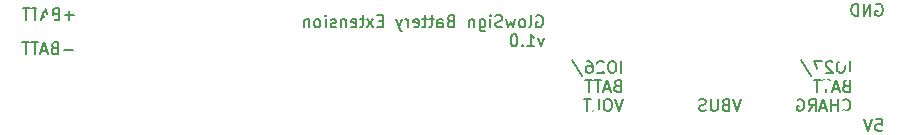
<source format=gbr>
%TF.GenerationSoftware,KiCad,Pcbnew,(6.0.6-0)*%
%TF.CreationDate,2022-09-10T00:16:47-07:00*%
%TF.ProjectId,Battery Extension PCB,42617474-6572-4792-9045-7874656e7369,rev?*%
%TF.SameCoordinates,Original*%
%TF.FileFunction,Legend,Bot*%
%TF.FilePolarity,Positive*%
%FSLAX46Y46*%
G04 Gerber Fmt 4.6, Leading zero omitted, Abs format (unit mm)*
G04 Created by KiCad (PCBNEW (6.0.6-0)) date 2022-09-10 00:16:47*
%MOMM*%
%LPD*%
G01*
G04 APERTURE LIST*
%ADD10C,0.150000*%
%ADD11R,2.000000X3.500000*%
%ADD12R,3.500000X2.000000*%
%ADD13C,0.800000*%
%ADD14C,1.300000*%
G04 APERTURE END LIST*
D10*
X141377414Y-78801980D02*
X141853604Y-78801980D01*
X141901223Y-79278171D01*
X141853604Y-79230552D01*
X141758366Y-79182933D01*
X141520271Y-79182933D01*
X141425033Y-79230552D01*
X141377414Y-79278171D01*
X141329795Y-79373409D01*
X141329795Y-79611504D01*
X141377414Y-79706742D01*
X141425033Y-79754361D01*
X141520271Y-79801980D01*
X141758366Y-79801980D01*
X141853604Y-79754361D01*
X141901223Y-79706742D01*
X141044080Y-78801980D02*
X140710747Y-79801980D01*
X140377414Y-78801980D01*
X129956861Y-77109980D02*
X129623528Y-78109980D01*
X129290195Y-77109980D01*
X128623528Y-77586171D02*
X128480671Y-77633790D01*
X128433052Y-77681409D01*
X128385433Y-77776647D01*
X128385433Y-77919504D01*
X128433052Y-78014742D01*
X128480671Y-78062361D01*
X128575909Y-78109980D01*
X128956861Y-78109980D01*
X128956861Y-77109980D01*
X128623528Y-77109980D01*
X128528290Y-77157600D01*
X128480671Y-77205219D01*
X128433052Y-77300457D01*
X128433052Y-77395695D01*
X128480671Y-77490933D01*
X128528290Y-77538552D01*
X128623528Y-77586171D01*
X128956861Y-77586171D01*
X127956861Y-77109980D02*
X127956861Y-77919504D01*
X127909242Y-78014742D01*
X127861623Y-78062361D01*
X127766385Y-78109980D01*
X127575909Y-78109980D01*
X127480671Y-78062361D01*
X127433052Y-78014742D01*
X127385433Y-77919504D01*
X127385433Y-77109980D01*
X126956861Y-78062361D02*
X126814004Y-78109980D01*
X126575909Y-78109980D01*
X126480671Y-78062361D01*
X126433052Y-78014742D01*
X126385433Y-77919504D01*
X126385433Y-77824266D01*
X126433052Y-77729028D01*
X126480671Y-77681409D01*
X126575909Y-77633790D01*
X126766385Y-77586171D01*
X126861623Y-77538552D01*
X126909242Y-77490933D01*
X126956861Y-77395695D01*
X126956861Y-77300457D01*
X126909242Y-77205219D01*
X126861623Y-77157600D01*
X126766385Y-77109980D01*
X126528290Y-77109980D01*
X126385433Y-77157600D01*
X112627795Y-70069000D02*
X112723033Y-70021380D01*
X112865890Y-70021380D01*
X113008747Y-70069000D01*
X113103985Y-70164238D01*
X113151604Y-70259476D01*
X113199223Y-70449952D01*
X113199223Y-70592809D01*
X113151604Y-70783285D01*
X113103985Y-70878523D01*
X113008747Y-70973761D01*
X112865890Y-71021380D01*
X112770652Y-71021380D01*
X112627795Y-70973761D01*
X112580176Y-70926142D01*
X112580176Y-70592809D01*
X112770652Y-70592809D01*
X112008747Y-71021380D02*
X112103985Y-70973761D01*
X112151604Y-70878523D01*
X112151604Y-70021380D01*
X111484938Y-71021380D02*
X111580176Y-70973761D01*
X111627795Y-70926142D01*
X111675414Y-70830904D01*
X111675414Y-70545190D01*
X111627795Y-70449952D01*
X111580176Y-70402333D01*
X111484938Y-70354714D01*
X111342080Y-70354714D01*
X111246842Y-70402333D01*
X111199223Y-70449952D01*
X111151604Y-70545190D01*
X111151604Y-70830904D01*
X111199223Y-70926142D01*
X111246842Y-70973761D01*
X111342080Y-71021380D01*
X111484938Y-71021380D01*
X110818271Y-70354714D02*
X110627795Y-71021380D01*
X110437319Y-70545190D01*
X110246842Y-71021380D01*
X110056366Y-70354714D01*
X109723033Y-70973761D02*
X109580176Y-71021380D01*
X109342080Y-71021380D01*
X109246842Y-70973761D01*
X109199223Y-70926142D01*
X109151604Y-70830904D01*
X109151604Y-70735666D01*
X109199223Y-70640428D01*
X109246842Y-70592809D01*
X109342080Y-70545190D01*
X109532557Y-70497571D01*
X109627795Y-70449952D01*
X109675414Y-70402333D01*
X109723033Y-70307095D01*
X109723033Y-70211857D01*
X109675414Y-70116619D01*
X109627795Y-70069000D01*
X109532557Y-70021380D01*
X109294461Y-70021380D01*
X109151604Y-70069000D01*
X108723033Y-71021380D02*
X108723033Y-70354714D01*
X108723033Y-70021380D02*
X108770652Y-70069000D01*
X108723033Y-70116619D01*
X108675414Y-70069000D01*
X108723033Y-70021380D01*
X108723033Y-70116619D01*
X107818271Y-70354714D02*
X107818271Y-71164238D01*
X107865890Y-71259476D01*
X107913509Y-71307095D01*
X108008747Y-71354714D01*
X108151604Y-71354714D01*
X108246842Y-71307095D01*
X107818271Y-70973761D02*
X107913509Y-71021380D01*
X108103985Y-71021380D01*
X108199223Y-70973761D01*
X108246842Y-70926142D01*
X108294461Y-70830904D01*
X108294461Y-70545190D01*
X108246842Y-70449952D01*
X108199223Y-70402333D01*
X108103985Y-70354714D01*
X107913509Y-70354714D01*
X107818271Y-70402333D01*
X107342080Y-70354714D02*
X107342080Y-71021380D01*
X107342080Y-70449952D02*
X107294461Y-70402333D01*
X107199223Y-70354714D01*
X107056366Y-70354714D01*
X106961128Y-70402333D01*
X106913509Y-70497571D01*
X106913509Y-71021380D01*
X105342080Y-70497571D02*
X105199223Y-70545190D01*
X105151604Y-70592809D01*
X105103985Y-70688047D01*
X105103985Y-70830904D01*
X105151604Y-70926142D01*
X105199223Y-70973761D01*
X105294461Y-71021380D01*
X105675414Y-71021380D01*
X105675414Y-70021380D01*
X105342080Y-70021380D01*
X105246842Y-70069000D01*
X105199223Y-70116619D01*
X105151604Y-70211857D01*
X105151604Y-70307095D01*
X105199223Y-70402333D01*
X105246842Y-70449952D01*
X105342080Y-70497571D01*
X105675414Y-70497571D01*
X104246842Y-71021380D02*
X104246842Y-70497571D01*
X104294461Y-70402333D01*
X104389700Y-70354714D01*
X104580176Y-70354714D01*
X104675414Y-70402333D01*
X104246842Y-70973761D02*
X104342080Y-71021380D01*
X104580176Y-71021380D01*
X104675414Y-70973761D01*
X104723033Y-70878523D01*
X104723033Y-70783285D01*
X104675414Y-70688047D01*
X104580176Y-70640428D01*
X104342080Y-70640428D01*
X104246842Y-70592809D01*
X103913509Y-70354714D02*
X103532557Y-70354714D01*
X103770652Y-70021380D02*
X103770652Y-70878523D01*
X103723033Y-70973761D01*
X103627795Y-71021380D01*
X103532557Y-71021380D01*
X103342080Y-70354714D02*
X102961128Y-70354714D01*
X103199223Y-70021380D02*
X103199223Y-70878523D01*
X103151604Y-70973761D01*
X103056366Y-71021380D01*
X102961128Y-71021380D01*
X102246842Y-70973761D02*
X102342080Y-71021380D01*
X102532557Y-71021380D01*
X102627795Y-70973761D01*
X102675414Y-70878523D01*
X102675414Y-70497571D01*
X102627795Y-70402333D01*
X102532557Y-70354714D01*
X102342080Y-70354714D01*
X102246842Y-70402333D01*
X102199223Y-70497571D01*
X102199223Y-70592809D01*
X102675414Y-70688047D01*
X101770652Y-71021380D02*
X101770652Y-70354714D01*
X101770652Y-70545190D02*
X101723033Y-70449952D01*
X101675414Y-70402333D01*
X101580176Y-70354714D01*
X101484938Y-70354714D01*
X101246842Y-70354714D02*
X101008747Y-71021380D01*
X100770652Y-70354714D02*
X101008747Y-71021380D01*
X101103985Y-71259476D01*
X101151604Y-71307095D01*
X101246842Y-71354714D01*
X99627795Y-70497571D02*
X99294461Y-70497571D01*
X99151604Y-71021380D02*
X99627795Y-71021380D01*
X99627795Y-70021380D01*
X99151604Y-70021380D01*
X98818271Y-71021380D02*
X98294461Y-70354714D01*
X98818271Y-70354714D02*
X98294461Y-71021380D01*
X98056366Y-70354714D02*
X97675414Y-70354714D01*
X97913509Y-70021380D02*
X97913509Y-70878523D01*
X97865890Y-70973761D01*
X97770652Y-71021380D01*
X97675414Y-71021380D01*
X96961128Y-70973761D02*
X97056366Y-71021380D01*
X97246842Y-71021380D01*
X97342080Y-70973761D01*
X97389700Y-70878523D01*
X97389700Y-70497571D01*
X97342080Y-70402333D01*
X97246842Y-70354714D01*
X97056366Y-70354714D01*
X96961128Y-70402333D01*
X96913509Y-70497571D01*
X96913509Y-70592809D01*
X97389700Y-70688047D01*
X96484938Y-70354714D02*
X96484938Y-71021380D01*
X96484938Y-70449952D02*
X96437319Y-70402333D01*
X96342080Y-70354714D01*
X96199223Y-70354714D01*
X96103985Y-70402333D01*
X96056366Y-70497571D01*
X96056366Y-71021380D01*
X95627795Y-70973761D02*
X95532557Y-71021380D01*
X95342080Y-71021380D01*
X95246842Y-70973761D01*
X95199223Y-70878523D01*
X95199223Y-70830904D01*
X95246842Y-70735666D01*
X95342080Y-70688047D01*
X95484938Y-70688047D01*
X95580176Y-70640428D01*
X95627795Y-70545190D01*
X95627795Y-70497571D01*
X95580176Y-70402333D01*
X95484938Y-70354714D01*
X95342080Y-70354714D01*
X95246842Y-70402333D01*
X94770652Y-71021380D02*
X94770652Y-70354714D01*
X94770652Y-70021380D02*
X94818271Y-70069000D01*
X94770652Y-70116619D01*
X94723033Y-70069000D01*
X94770652Y-70021380D01*
X94770652Y-70116619D01*
X94151604Y-71021380D02*
X94246842Y-70973761D01*
X94294461Y-70926142D01*
X94342080Y-70830904D01*
X94342080Y-70545190D01*
X94294461Y-70449952D01*
X94246842Y-70402333D01*
X94151604Y-70354714D01*
X94008747Y-70354714D01*
X93913509Y-70402333D01*
X93865890Y-70449952D01*
X93818271Y-70545190D01*
X93818271Y-70830904D01*
X93865890Y-70926142D01*
X93913509Y-70973761D01*
X94008747Y-71021380D01*
X94151604Y-71021380D01*
X93389700Y-70354714D02*
X93389700Y-71021380D01*
X93389700Y-70449952D02*
X93342080Y-70402333D01*
X93246842Y-70354714D01*
X93103985Y-70354714D01*
X93008747Y-70402333D01*
X92961128Y-70497571D01*
X92961128Y-71021380D01*
X113246842Y-71964714D02*
X113008747Y-72631380D01*
X112770652Y-71964714D01*
X111865890Y-72631380D02*
X112437319Y-72631380D01*
X112151604Y-72631380D02*
X112151604Y-71631380D01*
X112246842Y-71774238D01*
X112342080Y-71869476D01*
X112437319Y-71917095D01*
X111437319Y-72536142D02*
X111389700Y-72583761D01*
X111437319Y-72631380D01*
X111484938Y-72583761D01*
X111437319Y-72536142D01*
X111437319Y-72631380D01*
X110770652Y-71631380D02*
X110675414Y-71631380D01*
X110580176Y-71679000D01*
X110532557Y-71726619D01*
X110484938Y-71821857D01*
X110437319Y-72012333D01*
X110437319Y-72250428D01*
X110484938Y-72440904D01*
X110532557Y-72536142D01*
X110580176Y-72583761D01*
X110675414Y-72631380D01*
X110770652Y-72631380D01*
X110865890Y-72583761D01*
X110913509Y-72536142D01*
X110961128Y-72440904D01*
X111008747Y-72250428D01*
X111008747Y-72012333D01*
X110961128Y-71821857D01*
X110913509Y-71726619D01*
X110865890Y-71679000D01*
X110770652Y-71631380D01*
X73394628Y-72918628D02*
X72632723Y-72918628D01*
X71823200Y-72775771D02*
X71680342Y-72823390D01*
X71632723Y-72871009D01*
X71585104Y-72966247D01*
X71585104Y-73109104D01*
X71632723Y-73204342D01*
X71680342Y-73251961D01*
X71775580Y-73299580D01*
X72156533Y-73299580D01*
X72156533Y-72299580D01*
X71823200Y-72299580D01*
X71727961Y-72347200D01*
X71680342Y-72394819D01*
X71632723Y-72490057D01*
X71632723Y-72585295D01*
X71680342Y-72680533D01*
X71727961Y-72728152D01*
X71823200Y-72775771D01*
X72156533Y-72775771D01*
X71204152Y-73013866D02*
X70727961Y-73013866D01*
X71299390Y-73299580D02*
X70966057Y-72299580D01*
X70632723Y-73299580D01*
X70442247Y-72299580D02*
X69870819Y-72299580D01*
X70156533Y-73299580D02*
X70156533Y-72299580D01*
X69680342Y-72299580D02*
X69108914Y-72299580D01*
X69394628Y-73299580D02*
X69394628Y-72299580D01*
X73445428Y-70023028D02*
X72683523Y-70023028D01*
X73064476Y-70403980D02*
X73064476Y-69642076D01*
X71874000Y-69880171D02*
X71731142Y-69927790D01*
X71683523Y-69975409D01*
X71635904Y-70070647D01*
X71635904Y-70213504D01*
X71683523Y-70308742D01*
X71731142Y-70356361D01*
X71826380Y-70403980D01*
X72207333Y-70403980D01*
X72207333Y-69403980D01*
X71874000Y-69403980D01*
X71778761Y-69451600D01*
X71731142Y-69499219D01*
X71683523Y-69594457D01*
X71683523Y-69689695D01*
X71731142Y-69784933D01*
X71778761Y-69832552D01*
X71874000Y-69880171D01*
X72207333Y-69880171D01*
X71254952Y-70118266D02*
X70778761Y-70118266D01*
X71350190Y-70403980D02*
X71016857Y-69403980D01*
X70683523Y-70403980D01*
X70493047Y-69403980D02*
X69921619Y-69403980D01*
X70207333Y-70403980D02*
X70207333Y-69403980D01*
X69731142Y-69403980D02*
X69159714Y-69403980D01*
X69445428Y-70403980D02*
X69445428Y-69403980D01*
X141380595Y-69096000D02*
X141475833Y-69048380D01*
X141618690Y-69048380D01*
X141761547Y-69096000D01*
X141856785Y-69191238D01*
X141904404Y-69286476D01*
X141952023Y-69476952D01*
X141952023Y-69619809D01*
X141904404Y-69810285D01*
X141856785Y-69905523D01*
X141761547Y-70000761D01*
X141618690Y-70048380D01*
X141523452Y-70048380D01*
X141380595Y-70000761D01*
X141332976Y-69953142D01*
X141332976Y-69619809D01*
X141523452Y-69619809D01*
X140904404Y-70048380D02*
X140904404Y-69048380D01*
X140332976Y-70048380D01*
X140332976Y-69048380D01*
X139856785Y-70048380D02*
X139856785Y-69048380D01*
X139618690Y-69048380D01*
X139475833Y-69096000D01*
X139380595Y-69191238D01*
X139332976Y-69286476D01*
X139285357Y-69476952D01*
X139285357Y-69619809D01*
X139332976Y-69810285D01*
X139380595Y-69905523D01*
X139475833Y-70000761D01*
X139618690Y-70048380D01*
X139856785Y-70048380D01*
X139161204Y-74889980D02*
X139161204Y-73889980D01*
X138494538Y-73889980D02*
X138304061Y-73889980D01*
X138208823Y-73937600D01*
X138113585Y-74032838D01*
X138065966Y-74223314D01*
X138065966Y-74556647D01*
X138113585Y-74747123D01*
X138208823Y-74842361D01*
X138304061Y-74889980D01*
X138494538Y-74889980D01*
X138589776Y-74842361D01*
X138685014Y-74747123D01*
X138732633Y-74556647D01*
X138732633Y-74223314D01*
X138685014Y-74032838D01*
X138589776Y-73937600D01*
X138494538Y-73889980D01*
X137685014Y-73985219D02*
X137637395Y-73937600D01*
X137542157Y-73889980D01*
X137304061Y-73889980D01*
X137208823Y-73937600D01*
X137161204Y-73985219D01*
X137113585Y-74080457D01*
X137113585Y-74175695D01*
X137161204Y-74318552D01*
X137732633Y-74889980D01*
X137113585Y-74889980D01*
X136780252Y-73889980D02*
X136113585Y-73889980D01*
X136542157Y-74889980D01*
X135018347Y-73842361D02*
X135875490Y-75128076D01*
X138827871Y-75976171D02*
X138685014Y-76023790D01*
X138637395Y-76071409D01*
X138589776Y-76166647D01*
X138589776Y-76309504D01*
X138637395Y-76404742D01*
X138685014Y-76452361D01*
X138780252Y-76499980D01*
X139161204Y-76499980D01*
X139161204Y-75499980D01*
X138827871Y-75499980D01*
X138732633Y-75547600D01*
X138685014Y-75595219D01*
X138637395Y-75690457D01*
X138637395Y-75785695D01*
X138685014Y-75880933D01*
X138732633Y-75928552D01*
X138827871Y-75976171D01*
X139161204Y-75976171D01*
X138208823Y-76214266D02*
X137732633Y-76214266D01*
X138304061Y-76499980D02*
X137970728Y-75499980D01*
X137637395Y-76499980D01*
X137446919Y-75499980D02*
X136875490Y-75499980D01*
X137161204Y-76499980D02*
X137161204Y-75499980D01*
X136685014Y-75499980D02*
X136113585Y-75499980D01*
X136399300Y-76499980D02*
X136399300Y-75499980D01*
X138589776Y-78014742D02*
X138637395Y-78062361D01*
X138780252Y-78109980D01*
X138875490Y-78109980D01*
X139018347Y-78062361D01*
X139113585Y-77967123D01*
X139161204Y-77871885D01*
X139208823Y-77681409D01*
X139208823Y-77538552D01*
X139161204Y-77348076D01*
X139113585Y-77252838D01*
X139018347Y-77157600D01*
X138875490Y-77109980D01*
X138780252Y-77109980D01*
X138637395Y-77157600D01*
X138589776Y-77205219D01*
X138161204Y-78109980D02*
X138161204Y-77109980D01*
X138161204Y-77586171D02*
X137589776Y-77586171D01*
X137589776Y-78109980D02*
X137589776Y-77109980D01*
X137161204Y-77824266D02*
X136685014Y-77824266D01*
X137256442Y-78109980D02*
X136923109Y-77109980D01*
X136589776Y-78109980D01*
X135685014Y-78109980D02*
X136018347Y-77633790D01*
X136256442Y-78109980D02*
X136256442Y-77109980D01*
X135875490Y-77109980D01*
X135780252Y-77157600D01*
X135732633Y-77205219D01*
X135685014Y-77300457D01*
X135685014Y-77443314D01*
X135732633Y-77538552D01*
X135780252Y-77586171D01*
X135875490Y-77633790D01*
X136256442Y-77633790D01*
X134732633Y-77157600D02*
X134827871Y-77109980D01*
X134970728Y-77109980D01*
X135113585Y-77157600D01*
X135208823Y-77252838D01*
X135256442Y-77348076D01*
X135304061Y-77538552D01*
X135304061Y-77681409D01*
X135256442Y-77871885D01*
X135208823Y-77967123D01*
X135113585Y-78062361D01*
X134970728Y-78109980D01*
X134875490Y-78109980D01*
X134732633Y-78062361D01*
X134685014Y-78014742D01*
X134685014Y-77681409D01*
X134875490Y-77681409D01*
X119806404Y-74889980D02*
X119806404Y-73889980D01*
X119139738Y-73889980D02*
X118949261Y-73889980D01*
X118854023Y-73937600D01*
X118758785Y-74032838D01*
X118711166Y-74223314D01*
X118711166Y-74556647D01*
X118758785Y-74747123D01*
X118854023Y-74842361D01*
X118949261Y-74889980D01*
X119139738Y-74889980D01*
X119234976Y-74842361D01*
X119330214Y-74747123D01*
X119377833Y-74556647D01*
X119377833Y-74223314D01*
X119330214Y-74032838D01*
X119234976Y-73937600D01*
X119139738Y-73889980D01*
X118330214Y-73985219D02*
X118282595Y-73937600D01*
X118187357Y-73889980D01*
X117949261Y-73889980D01*
X117854023Y-73937600D01*
X117806404Y-73985219D01*
X117758785Y-74080457D01*
X117758785Y-74175695D01*
X117806404Y-74318552D01*
X118377833Y-74889980D01*
X117758785Y-74889980D01*
X116901642Y-73889980D02*
X117092119Y-73889980D01*
X117187357Y-73937600D01*
X117234976Y-73985219D01*
X117330214Y-74128076D01*
X117377833Y-74318552D01*
X117377833Y-74699504D01*
X117330214Y-74794742D01*
X117282595Y-74842361D01*
X117187357Y-74889980D01*
X116996880Y-74889980D01*
X116901642Y-74842361D01*
X116854023Y-74794742D01*
X116806404Y-74699504D01*
X116806404Y-74461409D01*
X116854023Y-74366171D01*
X116901642Y-74318552D01*
X116996880Y-74270933D01*
X117187357Y-74270933D01*
X117282595Y-74318552D01*
X117330214Y-74366171D01*
X117377833Y-74461409D01*
X115663547Y-73842361D02*
X116520690Y-75128076D01*
X119473071Y-75976171D02*
X119330214Y-76023790D01*
X119282595Y-76071409D01*
X119234976Y-76166647D01*
X119234976Y-76309504D01*
X119282595Y-76404742D01*
X119330214Y-76452361D01*
X119425452Y-76499980D01*
X119806404Y-76499980D01*
X119806404Y-75499980D01*
X119473071Y-75499980D01*
X119377833Y-75547600D01*
X119330214Y-75595219D01*
X119282595Y-75690457D01*
X119282595Y-75785695D01*
X119330214Y-75880933D01*
X119377833Y-75928552D01*
X119473071Y-75976171D01*
X119806404Y-75976171D01*
X118854023Y-76214266D02*
X118377833Y-76214266D01*
X118949261Y-76499980D02*
X118615928Y-75499980D01*
X118282595Y-76499980D01*
X118092119Y-75499980D02*
X117520690Y-75499980D01*
X117806404Y-76499980D02*
X117806404Y-75499980D01*
X117330214Y-75499980D02*
X116758785Y-75499980D01*
X117044500Y-76499980D02*
X117044500Y-75499980D01*
X119949261Y-77109980D02*
X119615928Y-78109980D01*
X119282595Y-77109980D01*
X118758785Y-77109980D02*
X118568309Y-77109980D01*
X118473071Y-77157600D01*
X118377833Y-77252838D01*
X118330214Y-77443314D01*
X118330214Y-77776647D01*
X118377833Y-77967123D01*
X118473071Y-78062361D01*
X118568309Y-78109980D01*
X118758785Y-78109980D01*
X118854023Y-78062361D01*
X118949261Y-77967123D01*
X118996880Y-77776647D01*
X118996880Y-77443314D01*
X118949261Y-77252838D01*
X118854023Y-77157600D01*
X118758785Y-77109980D01*
X117425452Y-78109980D02*
X117901642Y-78109980D01*
X117901642Y-77109980D01*
X117234976Y-77109980D02*
X116663547Y-77109980D01*
X116949261Y-78109980D02*
X116949261Y-77109980D01*
%LPC*%
D11*
%TO.C,P14*%
X128244600Y-80721200D03*
%TD*%
%TO.C,P10*%
X118338600Y-80721200D03*
%TD*%
D12*
%TO.C,P9*%
X66751200Y-72694800D03*
%TD*%
%TO.C,P8*%
X66751200Y-69926200D03*
%TD*%
%TO.C,P6*%
X142240000Y-71729600D03*
%TD*%
%TO.C,P5*%
X142240000Y-77343000D03*
%TD*%
D11*
%TO.C,P4*%
X138252200Y-80721200D03*
%TD*%
D13*
X138684000Y-78486000D03*
X117754400Y-78384400D03*
X140004800Y-77774800D03*
X71374000Y-70358000D03*
X70662800Y-69342000D03*
D14*
X141071600Y-74676000D03*
X75031600Y-65430400D03*
D13*
X118110000Y-74371200D03*
X130810000Y-79044800D03*
X136799194Y-71328406D03*
X117246400Y-73355200D03*
X114503200Y-69443600D03*
X121818400Y-69443600D03*
X121513600Y-74066400D03*
X108813600Y-69189600D03*
X106832400Y-69189600D03*
X134513194Y-71328406D03*
X135940800Y-79146400D03*
X131318000Y-69545200D03*
X120396000Y-73050400D03*
X117906800Y-69494400D03*
X116484400Y-69443600D03*
X124155200Y-73050400D03*
X138627989Y-73868411D03*
X107696000Y-69189600D03*
X128727200Y-74117200D03*
X134721600Y-69545200D03*
X94488000Y-71932800D03*
X81788000Y-70662800D03*
X126796800Y-69443600D03*
X74523600Y-71018400D03*
X123037600Y-74472800D03*
X124206000Y-70459600D03*
X129997200Y-75946000D03*
X134772400Y-75946000D03*
X121869200Y-71780400D03*
X121564400Y-76250800D03*
X78689200Y-73406000D03*
X137174900Y-75857700D03*
X125628400Y-74676000D03*
X139039600Y-75133200D03*
X136601200Y-74930000D03*
X91033600Y-73546700D03*
X111793279Y-73585132D03*
M02*

</source>
